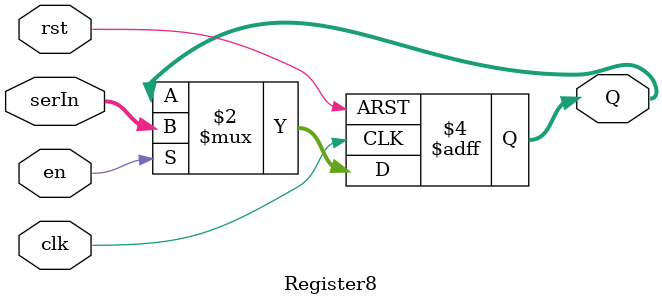
<source format=v>
`timescale 1ns/1ns
module Register8(input [7:0] serIn , input en, input clk, input rst, output reg [7:0] Q);
  always @ (posedge clk, posedge rst) begin
    //#145;
    if (rst) Q <= 8'b0;
    else
      if (en) Q <= serIn;
  end
endmodule
</source>
